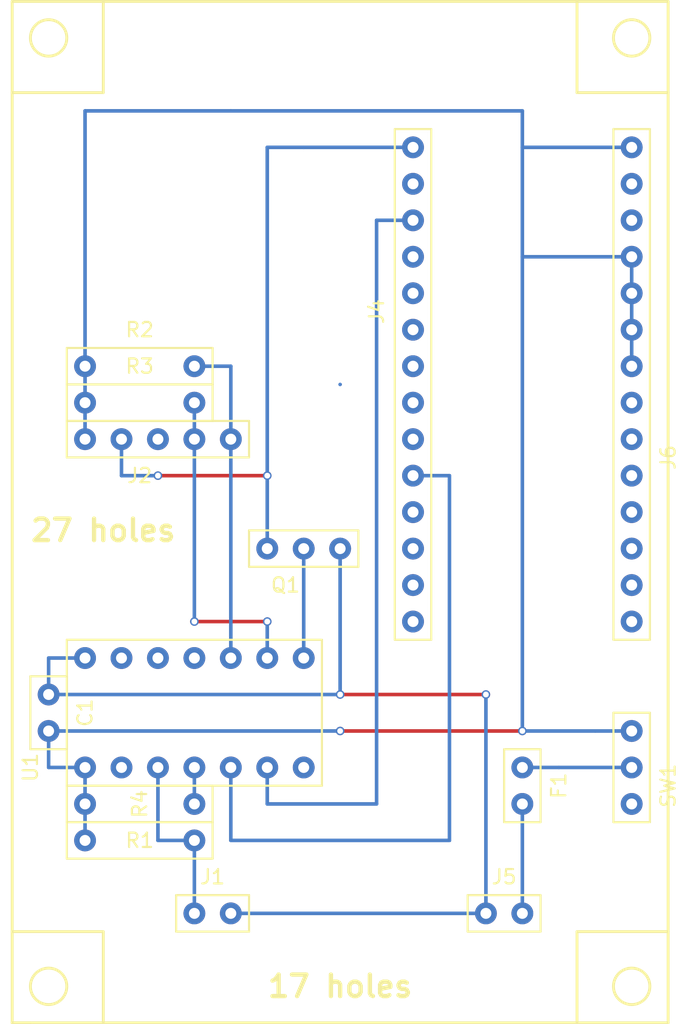
<source format=kicad_pcb>
(kicad_pcb (version 4) (host pcbnew 4.0.7)

  (general
    (links 30)
    (no_connects 0)
    (area 0 0 0 0)
    (thickness 1.6)
    (drawings 19)
    (tracks 70)
    (zones 0)
    (modules 14)
    (nets 40)
  )

  (page A4)
  (title_block
    (title "Wireless infrared array sensor board (AMG8833)")
    (date 2019-01-15)
    (company https://github.com/araobp)
  )

  (layers
    (0 F.Cu signal)
    (31 B.Cu signal)
    (32 B.Adhes user)
    (33 F.Adhes user)
    (34 B.Paste user)
    (35 F.Paste user)
    (36 B.SilkS user)
    (37 F.SilkS user)
    (38 B.Mask user)
    (39 F.Mask user)
    (40 Dwgs.User user)
    (41 Cmts.User user)
    (42 Eco1.User user)
    (43 Eco2.User user)
    (44 Edge.Cuts user)
    (45 Margin user)
    (46 B.CrtYd user)
    (47 F.CrtYd user)
    (48 B.Fab user)
    (49 F.Fab user)
  )

  (setup
    (last_trace_width 0.25)
    (trace_clearance 0.2)
    (zone_clearance 0.508)
    (zone_45_only no)
    (trace_min 0.2)
    (segment_width 0.2)
    (edge_width 0.15)
    (via_size 0.6)
    (via_drill 0.4)
    (via_min_size 0.4)
    (via_min_drill 0.3)
    (uvia_size 0.3)
    (uvia_drill 0.1)
    (uvias_allowed no)
    (uvia_min_size 0.2)
    (uvia_min_drill 0.1)
    (pcb_text_width 0.3)
    (pcb_text_size 1.5 1.5)
    (mod_edge_width 0.15)
    (mod_text_size 1 1)
    (mod_text_width 0.15)
    (pad_size 1.524 1.524)
    (pad_drill 0.762)
    (pad_to_mask_clearance 0.2)
    (aux_axis_origin 0 0)
    (visible_elements 7FFFFFFF)
    (pcbplotparams
      (layerselection 0x00030_80000001)
      (usegerberextensions false)
      (excludeedgelayer true)
      (linewidth 0.100000)
      (plotframeref false)
      (viasonmask false)
      (mode 1)
      (useauxorigin false)
      (hpglpennumber 1)
      (hpglpenspeed 20)
      (hpglpendiameter 15)
      (hpglpenoverlay 2)
      (psnegative false)
      (psa4output false)
      (plotreference true)
      (plotvalue true)
      (plotinvisibletext false)
      (padsonsilk false)
      (subtractmaskfromsilk false)
      (outputformat 1)
      (mirror false)
      (drillshape 1)
      (scaleselection 1)
      (outputdirectory ""))
  )

  (net 0 "")
  (net 1 +3V3)
  (net 2 GND)
  (net 3 "Net-(F1-Pad1)")
  (net 4 "Net-(F1-Pad2)")
  (net 5 "Net-(J2-Pad3)")
  (net 6 "Net-(J2-Pad4)")
  (net 7 "Net-(J2-Pad5)")
  (net 8 "Net-(J4-Pad2)")
  (net 9 "Net-(J4-Pad3)")
  (net 10 "Net-(J4-Pad4)")
  (net 11 "Net-(J4-Pad5)")
  (net 12 "Net-(J4-Pad6)")
  (net 13 "Net-(J4-Pad7)")
  (net 14 "Net-(J4-Pad8)")
  (net 15 "Net-(J4-Pad9)")
  (net 16 "Net-(J4-Pad10)")
  (net 17 "Net-(J4-Pad11)")
  (net 18 "Net-(J4-Pad12)")
  (net 19 "Net-(J4-Pad13)")
  (net 20 "Net-(J4-Pad14)")
  (net 21 "Net-(J6-Pad1)")
  (net 22 "Net-(J6-Pad2)")
  (net 23 "Net-(J6-Pad3)")
  (net 24 "Net-(J6-Pad4)")
  (net 25 "Net-(J6-Pad5)")
  (net 26 "Net-(J6-Pad6)")
  (net 27 "Net-(J6-Pad7)")
  (net 28 "Net-(J6-Pad12)")
  (net 29 "Net-(J6-Pad13)")
  (net 30 "Net-(R1-Pad1)")
  (net 31 "Net-(SW1-Pad1)")
  (net 32 "Net-(U1-Pad2)")
  (net 33 "Net-(U1-Pad13)")
  (net 34 "Net-(U1-Pad12)")
  (net 35 "Net-(U1-Pad11)")
  (net 36 "Net-(U1-Pad7)")
  (net 37 FET)
  (net 38 "Net-(Q1-Pad2)")
  (net 39 "Net-(J1-Pad2)")

  (net_class Default "This is the default net class."
    (clearance 0.2)
    (trace_width 0.25)
    (via_dia 0.6)
    (via_drill 0.4)
    (uvia_dia 0.3)
    (uvia_drill 0.1)
    (add_net +3V3)
    (add_net FET)
    (add_net GND)
    (add_net "Net-(F1-Pad1)")
    (add_net "Net-(F1-Pad2)")
    (add_net "Net-(J1-Pad2)")
    (add_net "Net-(J2-Pad3)")
    (add_net "Net-(J2-Pad4)")
    (add_net "Net-(J2-Pad5)")
    (add_net "Net-(J4-Pad10)")
    (add_net "Net-(J4-Pad11)")
    (add_net "Net-(J4-Pad12)")
    (add_net "Net-(J4-Pad13)")
    (add_net "Net-(J4-Pad14)")
    (add_net "Net-(J4-Pad2)")
    (add_net "Net-(J4-Pad3)")
    (add_net "Net-(J4-Pad4)")
    (add_net "Net-(J4-Pad5)")
    (add_net "Net-(J4-Pad6)")
    (add_net "Net-(J4-Pad7)")
    (add_net "Net-(J4-Pad8)")
    (add_net "Net-(J4-Pad9)")
    (add_net "Net-(J6-Pad1)")
    (add_net "Net-(J6-Pad12)")
    (add_net "Net-(J6-Pad13)")
    (add_net "Net-(J6-Pad2)")
    (add_net "Net-(J6-Pad3)")
    (add_net "Net-(J6-Pad4)")
    (add_net "Net-(J6-Pad5)")
    (add_net "Net-(J6-Pad6)")
    (add_net "Net-(J6-Pad7)")
    (add_net "Net-(Q1-Pad2)")
    (add_net "Net-(R1-Pad1)")
    (add_net "Net-(SW1-Pad1)")
    (add_net "Net-(U1-Pad11)")
    (add_net "Net-(U1-Pad12)")
    (add_net "Net-(U1-Pad13)")
    (add_net "Net-(U1-Pad2)")
    (add_net "Net-(U1-Pad7)")
  )

  (module pic16f1:Capacitor (layer F.Cu) (tedit 5B459378) (tstamp 5C3D217D)
    (at 165.1 121.92 90)
    (path /5C3D24EB)
    (fp_text reference C1 (at 0 2.54 90) (layer F.SilkS)
      (effects (font (size 1 1) (thickness 0.15)))
    )
    (fp_text value 0.1uF (at 0 -2.54 90) (layer F.Fab)
      (effects (font (size 1 1) (thickness 0.15)))
    )
    (fp_line (start -2.54 -1.27) (end -2.54 1.27) (layer F.SilkS) (width 0.15))
    (fp_line (start -2.54 1.27) (end 2.54 1.27) (layer F.SilkS) (width 0.15))
    (fp_line (start 2.54 1.27) (end 2.54 -1.27) (layer F.SilkS) (width 0.15))
    (fp_line (start 2.54 -1.27) (end -2.54 -1.27) (layer F.SilkS) (width 0.15))
    (pad 1 thru_hole circle (at -1.27 0 90) (size 1.524 1.524) (drill 0.762) (layers *.Cu *.Mask)
      (net 1 +3V3))
    (pad 2 thru_hole circle (at 1.27 0 90) (size 1.524 1.524) (drill 0.762) (layers *.Cu *.Mask)
      (net 2 GND))
  )

  (module pic16f1:Capacitor (layer F.Cu) (tedit 5B459378) (tstamp 5C3D2189)
    (at 198.12 127 90)
    (path /5C3866BB)
    (fp_text reference F1 (at 0 2.54 90) (layer F.SilkS)
      (effects (font (size 1 1) (thickness 0.15)))
    )
    (fp_text value "Polyfuse (100mA)" (at 0 -2.54 90) (layer F.Fab)
      (effects (font (size 1 1) (thickness 0.15)))
    )
    (fp_line (start -2.54 -1.27) (end -2.54 1.27) (layer F.SilkS) (width 0.15))
    (fp_line (start -2.54 1.27) (end 2.54 1.27) (layer F.SilkS) (width 0.15))
    (fp_line (start 2.54 1.27) (end 2.54 -1.27) (layer F.SilkS) (width 0.15))
    (fp_line (start 2.54 -1.27) (end -2.54 -1.27) (layer F.SilkS) (width 0.15))
    (pad 1 thru_hole circle (at -1.27 0 90) (size 1.524 1.524) (drill 0.762) (layers *.Cu *.Mask)
      (net 3 "Net-(F1-Pad1)"))
    (pad 2 thru_hole circle (at 1.27 0 90) (size 1.524 1.524) (drill 0.762) (layers *.Cu *.Mask)
      (net 4 "Net-(F1-Pad2)"))
  )

  (module mcu:Pin_Header_5P (layer F.Cu) (tedit 5C11EBAF) (tstamp 5C3D2192)
    (at 172.72 102.87)
    (path /5C3861E2)
    (fp_text reference J2 (at -1.27 2.54) (layer F.SilkS)
      (effects (font (size 1 1) (thickness 0.15)))
    )
    (fp_text value Conn_01x05 (at -1.27 -2.54) (layer F.Fab)
      (effects (font (size 1 1) (thickness 0.15)))
    )
    (fp_line (start -6.35 -1.27) (end 6.35 -1.27) (layer F.SilkS) (width 0.15))
    (fp_line (start 6.35 -1.27) (end 6.35 1.27) (layer F.SilkS) (width 0.15))
    (fp_line (start 6.35 1.27) (end -6.35 1.27) (layer F.SilkS) (width 0.15))
    (fp_line (start -6.35 -1.27) (end -6.35 1.27) (layer F.SilkS) (width 0.15))
    (pad 1 thru_hole circle (at -5.08 0) (size 1.524 1.524) (drill 0.762) (layers *.Cu *.Mask)
      (net 1 +3V3))
    (pad 2 thru_hole circle (at -2.54 0) (size 1.524 1.524) (drill 0.762) (layers *.Cu *.Mask)
      (net 37 FET))
    (pad 3 thru_hole circle (at 0 0) (size 1.524 1.524) (drill 0.762) (layers *.Cu *.Mask)
      (net 5 "Net-(J2-Pad3)"))
    (pad 4 thru_hole circle (at 2.54 0) (size 1.524 1.524) (drill 0.762) (layers *.Cu *.Mask)
      (net 6 "Net-(J2-Pad4)"))
    (pad 5 thru_hole circle (at 5.08 0) (size 1.524 1.524) (drill 0.762) (layers *.Cu *.Mask)
      (net 7 "Net-(J2-Pad5)"))
  )

  (module mcu:Pin_Socket_14P (layer F.Cu) (tedit 5C11ED8B) (tstamp 5C3D21A4)
    (at 190.5 99.06 270)
    (path /5C385BC5)
    (fp_text reference J4 (at -5.08 2.54 270) (layer F.SilkS)
      (effects (font (size 1 1) (thickness 0.15)))
    )
    (fp_text value Conn_01x14 (at -5.08 -2.54 270) (layer F.Fab)
      (effects (font (size 1 1) (thickness 0.15)))
    )
    (fp_line (start -17.78 -1.27) (end 17.78 -1.27) (layer F.SilkS) (width 0.15))
    (fp_line (start 17.78 -1.27) (end 17.78 1.27) (layer F.SilkS) (width 0.15))
    (fp_line (start 17.78 1.27) (end -17.78 1.27) (layer F.SilkS) (width 0.15))
    (fp_line (start -17.78 -1.27) (end -17.78 1.27) (layer F.SilkS) (width 0.15))
    (pad 1 thru_hole circle (at -16.51 0 270) (size 1.524 1.524) (drill 0.762) (layers *.Cu *.Mask)
      (net 37 FET))
    (pad 2 thru_hole circle (at -13.97 0 270) (size 1.524 1.524) (drill 0.762) (layers *.Cu *.Mask)
      (net 8 "Net-(J4-Pad2)"))
    (pad 3 thru_hole circle (at -11.43 0 270) (size 1.524 1.524) (drill 0.762) (layers *.Cu *.Mask)
      (net 9 "Net-(J4-Pad3)"))
    (pad 4 thru_hole circle (at -8.89 0 270) (size 1.524 1.524) (drill 0.762) (layers *.Cu *.Mask)
      (net 10 "Net-(J4-Pad4)"))
    (pad 5 thru_hole circle (at -6.35 0 270) (size 1.524 1.524) (drill 0.762) (layers *.Cu *.Mask)
      (net 11 "Net-(J4-Pad5)"))
    (pad 6 thru_hole circle (at -3.81 0 270) (size 1.524 1.524) (drill 0.762) (layers *.Cu *.Mask)
      (net 12 "Net-(J4-Pad6)"))
    (pad 7 thru_hole circle (at -1.27 0 270) (size 1.524 1.524) (drill 0.762) (layers *.Cu *.Mask)
      (net 13 "Net-(J4-Pad7)"))
    (pad 8 thru_hole circle (at 1.27 0 270) (size 1.524 1.524) (drill 0.762) (layers *.Cu *.Mask)
      (net 14 "Net-(J4-Pad8)"))
    (pad 9 thru_hole circle (at 3.81 0 270) (size 1.524 1.524) (drill 0.762) (layers *.Cu *.Mask)
      (net 15 "Net-(J4-Pad9)"))
    (pad 10 thru_hole circle (at 6.35 0 270) (size 1.524 1.524) (drill 0.762) (layers *.Cu *.Mask)
      (net 16 "Net-(J4-Pad10)"))
    (pad 11 thru_hole circle (at 8.89 0 270) (size 1.524 1.524) (drill 0.762) (layers *.Cu *.Mask)
      (net 17 "Net-(J4-Pad11)"))
    (pad 12 thru_hole circle (at 11.43 0 270) (size 1.524 1.524) (drill 0.762) (layers *.Cu *.Mask)
      (net 18 "Net-(J4-Pad12)"))
    (pad 13 thru_hole circle (at 13.97 0 270) (size 1.524 1.524) (drill 0.762) (layers *.Cu *.Mask)
      (net 19 "Net-(J4-Pad13)"))
    (pad 14 thru_hole circle (at 16.51 0 270) (size 1.524 1.524) (drill 0.762) (layers *.Cu *.Mask)
      (net 20 "Net-(J4-Pad14)"))
  )

  (module "mcu:Pin Header 2P" (layer F.Cu) (tedit 5B45930D) (tstamp 5C3D21AA)
    (at 196.85 135.89 180)
    (path /5C38677C)
    (fp_text reference J5 (at 0 2.54 180) (layer F.SilkS)
      (effects (font (size 1 1) (thickness 0.15)))
    )
    (fp_text value Conn_01x02 (at 0 -2.54 180) (layer F.Fab)
      (effects (font (size 1 1) (thickness 0.15)))
    )
    (fp_line (start -2.54 -1.27) (end -2.54 1.27) (layer F.SilkS) (width 0.15))
    (fp_line (start -2.54 1.27) (end 2.54 1.27) (layer F.SilkS) (width 0.15))
    (fp_line (start 2.54 1.27) (end 2.54 -1.27) (layer F.SilkS) (width 0.15))
    (fp_line (start 2.54 -1.27) (end -2.54 -1.27) (layer F.SilkS) (width 0.15))
    (pad 1 thru_hole circle (at -1.27 0 180) (size 1.524 1.524) (drill 0.762) (layers *.Cu *.Mask)
      (net 3 "Net-(F1-Pad1)"))
    (pad 2 thru_hole circle (at 1.27 0 180) (size 1.524 1.524) (drill 0.762) (layers *.Cu *.Mask)
      (net 2 GND))
  )

  (module mcu:Pin_Socket_14P (layer F.Cu) (tedit 5C11ED8B) (tstamp 5C3D21BC)
    (at 205.74 99.06 90)
    (path /5C385C26)
    (fp_text reference J6 (at -5.08 2.54 90) (layer F.SilkS)
      (effects (font (size 1 1) (thickness 0.15)))
    )
    (fp_text value Conn_01x14 (at -5.08 -2.54 90) (layer F.Fab)
      (effects (font (size 1 1) (thickness 0.15)))
    )
    (fp_line (start -17.78 -1.27) (end 17.78 -1.27) (layer F.SilkS) (width 0.15))
    (fp_line (start 17.78 -1.27) (end 17.78 1.27) (layer F.SilkS) (width 0.15))
    (fp_line (start 17.78 1.27) (end -17.78 1.27) (layer F.SilkS) (width 0.15))
    (fp_line (start -17.78 -1.27) (end -17.78 1.27) (layer F.SilkS) (width 0.15))
    (pad 1 thru_hole circle (at -16.51 0 90) (size 1.524 1.524) (drill 0.762) (layers *.Cu *.Mask)
      (net 21 "Net-(J6-Pad1)"))
    (pad 2 thru_hole circle (at -13.97 0 90) (size 1.524 1.524) (drill 0.762) (layers *.Cu *.Mask)
      (net 22 "Net-(J6-Pad2)"))
    (pad 3 thru_hole circle (at -11.43 0 90) (size 1.524 1.524) (drill 0.762) (layers *.Cu *.Mask)
      (net 23 "Net-(J6-Pad3)"))
    (pad 4 thru_hole circle (at -8.89 0 90) (size 1.524 1.524) (drill 0.762) (layers *.Cu *.Mask)
      (net 24 "Net-(J6-Pad4)"))
    (pad 5 thru_hole circle (at -6.35 0 90) (size 1.524 1.524) (drill 0.762) (layers *.Cu *.Mask)
      (net 25 "Net-(J6-Pad5)"))
    (pad 6 thru_hole circle (at -3.81 0 90) (size 1.524 1.524) (drill 0.762) (layers *.Cu *.Mask)
      (net 26 "Net-(J6-Pad6)"))
    (pad 7 thru_hole circle (at -1.27 0 90) (size 1.524 1.524) (drill 0.762) (layers *.Cu *.Mask)
      (net 27 "Net-(J6-Pad7)"))
    (pad 8 thru_hole circle (at 1.27 0 90) (size 1.524 1.524) (drill 0.762) (layers *.Cu *.Mask)
      (net 1 +3V3))
    (pad 9 thru_hole circle (at 3.81 0 90) (size 1.524 1.524) (drill 0.762) (layers *.Cu *.Mask)
      (net 1 +3V3))
    (pad 10 thru_hole circle (at 6.35 0 90) (size 1.524 1.524) (drill 0.762) (layers *.Cu *.Mask)
      (net 1 +3V3))
    (pad 11 thru_hole circle (at 8.89 0 90) (size 1.524 1.524) (drill 0.762) (layers *.Cu *.Mask)
      (net 1 +3V3))
    (pad 12 thru_hole circle (at 11.43 0 90) (size 1.524 1.524) (drill 0.762) (layers *.Cu *.Mask)
      (net 28 "Net-(J6-Pad12)"))
    (pad 13 thru_hole circle (at 13.97 0 90) (size 1.524 1.524) (drill 0.762) (layers *.Cu *.Mask)
      (net 29 "Net-(J6-Pad13)"))
    (pad 14 thru_hole circle (at 16.51 0 90) (size 1.524 1.524) (drill 0.762) (layers *.Cu *.Mask)
      (net 1 +3V3))
  )

  (module mcu:Register (layer F.Cu) (tedit 5B472301) (tstamp 5C3D21C2)
    (at 171.45 128.27 180)
    (path /5C385F63)
    (fp_text reference R1 (at 0 -2.54 180) (layer F.SilkS)
      (effects (font (size 1 1) (thickness 0.15)))
    )
    (fp_text value 51k (at 0 2.54 180) (layer F.Fab)
      (effects (font (size 1 1) (thickness 0.15)))
    )
    (fp_line (start -5.08 -1.27) (end 5.08 -1.27) (layer F.SilkS) (width 0.15))
    (fp_line (start -5.08 -1.27) (end -5.08 1.27) (layer F.SilkS) (width 0.15))
    (fp_line (start -5.08 1.27) (end 5.08 1.27) (layer F.SilkS) (width 0.15))
    (fp_line (start 5.08 1.27) (end 5.08 -1.27) (layer F.SilkS) (width 0.15))
    (pad 1 thru_hole circle (at -3.81 0 180) (size 1.524 1.524) (drill 0.762) (layers *.Cu *.Mask)
      (net 30 "Net-(R1-Pad1)"))
    (pad 2 thru_hole circle (at 3.81 0 180) (size 1.524 1.524) (drill 0.762) (layers *.Cu *.Mask)
      (net 1 +3V3))
  )

  (module mcu:Slide_switch (layer F.Cu) (tedit 5C131DB8) (tstamp 5C3D21C9)
    (at 205.74 125.73 90)
    (path /5C38651E)
    (fp_text reference SW1 (at -1.27 2.54 90) (layer F.SilkS)
      (effects (font (size 1 1) (thickness 0.15)))
    )
    (fp_text value SW_SPDT (at 0 -2.54 90) (layer F.Fab)
      (effects (font (size 1 1) (thickness 0.15)))
    )
    (fp_line (start -3.81 -1.27) (end 3.81 -1.27) (layer F.SilkS) (width 0.15))
    (fp_line (start 3.81 -1.27) (end 3.81 1.27) (layer F.SilkS) (width 0.15))
    (fp_line (start 3.81 1.27) (end -3.81 1.27) (layer F.SilkS) (width 0.15))
    (fp_line (start -3.81 -1.27) (end -3.81 1.27) (layer F.SilkS) (width 0.15))
    (pad 1 thru_hole circle (at -2.54 0 90) (size 1.524 1.524) (drill 0.762) (layers *.Cu *.Mask)
      (net 31 "Net-(SW1-Pad1)"))
    (pad 2 thru_hole circle (at 0 0 90) (size 1.524 1.524) (drill 0.762) (layers *.Cu *.Mask)
      (net 4 "Net-(F1-Pad2)"))
    (pad 3 thru_hole circle (at 2.54 0 90) (size 1.524 1.524) (drill 0.762) (layers *.Cu *.Mask)
      (net 1 +3V3))
  )

  (module pic16f1:ic-pinsocket-14pins (layer F.Cu) (tedit 5AC46BA4) (tstamp 5C3D21DB)
    (at 175.26 121.92 90)
    (path /5C404848)
    (fp_text reference U1 (at -3.81 -11.43 90) (layer F.SilkS)
      (effects (font (size 1 1) (thickness 0.15)))
    )
    (fp_text value pic16f1825 (at 0 -10.16 90) (layer F.Fab)
      (effects (font (size 1 1) (thickness 0.15)))
    )
    (fp_line (start -5.08 -8.89) (end 5.08 -8.89) (layer F.SilkS) (width 0.15))
    (fp_line (start 5.08 -8.89) (end 5.08 8.89) (layer F.SilkS) (width 0.15))
    (fp_line (start 5.08 8.89) (end -5.08 8.89) (layer F.SilkS) (width 0.15))
    (fp_line (start -5.08 8.89) (end -5.08 -8.89) (layer F.SilkS) (width 0.15))
    (pad 1 thru_hole circle (at -3.81 -7.62 90) (size 1.524 1.524) (drill 0.762) (layers *.Cu *.Mask)
      (net 1 +3V3))
    (pad 14 thru_hole circle (at 3.81 -7.62 90) (size 1.524 1.524) (drill 0.762) (layers *.Cu *.Mask)
      (net 2 GND))
    (pad 2 thru_hole circle (at -3.81 -5.08 90) (size 1.524 1.524) (drill 0.762) (layers *.Cu *.Mask)
      (net 32 "Net-(U1-Pad2)"))
    (pad 13 thru_hole circle (at 3.81 -5.08 90) (size 1.524 1.524) (drill 0.762) (layers *.Cu *.Mask)
      (net 33 "Net-(U1-Pad13)"))
    (pad 3 thru_hole circle (at -3.81 -2.54 90) (size 1.524 1.524) (drill 0.762) (layers *.Cu *.Mask)
      (net 39 "Net-(J1-Pad2)"))
    (pad 12 thru_hole circle (at 3.81 -2.54 90) (size 1.524 1.524) (drill 0.762) (layers *.Cu *.Mask)
      (net 34 "Net-(U1-Pad12)"))
    (pad 4 thru_hole circle (at -3.81 0 90) (size 1.524 1.524) (drill 0.762) (layers *.Cu *.Mask)
      (net 30 "Net-(R1-Pad1)"))
    (pad 11 thru_hole circle (at 3.81 0 90) (size 1.524 1.524) (drill 0.762) (layers *.Cu *.Mask)
      (net 35 "Net-(U1-Pad11)"))
    (pad 5 thru_hole circle (at -3.81 2.54 90) (size 1.524 1.524) (drill 0.762) (layers *.Cu *.Mask)
      (net 16 "Net-(J4-Pad10)"))
    (pad 10 thru_hole circle (at 3.81 2.54 90) (size 1.524 1.524) (drill 0.762) (layers *.Cu *.Mask)
      (net 7 "Net-(J2-Pad5)"))
    (pad 6 thru_hole circle (at -3.81 5.08 90) (size 1.524 1.524) (drill 0.762) (layers *.Cu *.Mask)
      (net 9 "Net-(J4-Pad3)"))
    (pad 9 thru_hole circle (at 3.81 5.08 90) (size 1.524 1.524) (drill 0.762) (layers *.Cu *.Mask)
      (net 6 "Net-(J2-Pad4)"))
    (pad 7 thru_hole circle (at -3.81 7.62 90) (size 1.524 1.524) (drill 0.762) (layers *.Cu *.Mask)
      (net 36 "Net-(U1-Pad7)"))
    (pad 8 thru_hole circle (at 3.81 7.62 90) (size 1.524 1.524) (drill 0.762) (layers *.Cu *.Mask)
      (net 38 "Net-(Q1-Pad2)"))
  )

  (module pic16f1:Register (layer F.Cu) (tedit 5B472301) (tstamp 5C3D259E)
    (at 171.45 97.79)
    (path /5C3D2569)
    (fp_text reference R2 (at 0 -2.54) (layer F.SilkS)
      (effects (font (size 1 1) (thickness 0.15)))
    )
    (fp_text value 10k (at 0 2.54) (layer F.Fab)
      (effects (font (size 1 1) (thickness 0.15)))
    )
    (fp_line (start -5.08 -1.27) (end 5.08 -1.27) (layer F.SilkS) (width 0.15))
    (fp_line (start -5.08 -1.27) (end -5.08 1.27) (layer F.SilkS) (width 0.15))
    (fp_line (start -5.08 1.27) (end 5.08 1.27) (layer F.SilkS) (width 0.15))
    (fp_line (start 5.08 1.27) (end 5.08 -1.27) (layer F.SilkS) (width 0.15))
    (pad 1 thru_hole circle (at -3.81 0) (size 1.524 1.524) (drill 0.762) (layers *.Cu *.Mask)
      (net 1 +3V3))
    (pad 2 thru_hole circle (at 3.81 0) (size 1.524 1.524) (drill 0.762) (layers *.Cu *.Mask)
      (net 7 "Net-(J2-Pad5)"))
  )

  (module pic16f1:Register (layer F.Cu) (tedit 5B472301) (tstamp 5C3D25A4)
    (at 171.45 100.33)
    (path /5C3D24FD)
    (fp_text reference R3 (at 0 -2.54) (layer F.SilkS)
      (effects (font (size 1 1) (thickness 0.15)))
    )
    (fp_text value 10k (at 0 2.54) (layer F.Fab)
      (effects (font (size 1 1) (thickness 0.15)))
    )
    (fp_line (start -5.08 -1.27) (end 5.08 -1.27) (layer F.SilkS) (width 0.15))
    (fp_line (start -5.08 -1.27) (end -5.08 1.27) (layer F.SilkS) (width 0.15))
    (fp_line (start -5.08 1.27) (end 5.08 1.27) (layer F.SilkS) (width 0.15))
    (fp_line (start 5.08 1.27) (end 5.08 -1.27) (layer F.SilkS) (width 0.15))
    (pad 1 thru_hole circle (at -3.81 0) (size 1.524 1.524) (drill 0.762) (layers *.Cu *.Mask)
      (net 1 +3V3))
    (pad 2 thru_hole circle (at 3.81 0) (size 1.524 1.524) (drill 0.762) (layers *.Cu *.Mask)
      (net 6 "Net-(J2-Pad4)"))
  )

  (module pic16f1:BS170 (layer F.Cu) (tedit 5C4023D9) (tstamp 5C402461)
    (at 182.88 110.49)
    (path /5C404BB7)
    (fp_text reference Q1 (at -1.27 2.54) (layer F.SilkS)
      (effects (font (size 1 1) (thickness 0.15)))
    )
    (fp_text value "Fairchild BS170" (at 0 -2.54) (layer F.Fab)
      (effects (font (size 1 1) (thickness 0.15)))
    )
    (fp_line (start -3.81 -1.27) (end -3.81 1.27) (layer F.SilkS) (width 0.15))
    (fp_line (start -3.81 1.27) (end 3.81 1.27) (layer F.SilkS) (width 0.15))
    (fp_line (start 3.81 1.27) (end 3.81 -1.27) (layer F.SilkS) (width 0.15))
    (fp_line (start 3.81 -1.27) (end -3.81 -1.27) (layer F.SilkS) (width 0.15))
    (pad 1 thru_hole circle (at -2.54 0) (size 1.524 1.524) (drill 0.762) (layers *.Cu *.Mask)
      (net 37 FET))
    (pad 2 thru_hole circle (at 0 0) (size 1.524 1.524) (drill 0.762) (layers *.Cu *.Mask)
      (net 38 "Net-(Q1-Pad2)"))
    (pad 3 thru_hole circle (at 2.54 0) (size 1.524 1.524) (drill 0.762) (layers *.Cu *.Mask)
      (net 2 GND))
  )

  (module "mcu:Pin Header 2P" (layer F.Cu) (tedit 5B45930D) (tstamp 5C405D0B)
    (at 176.53 135.89 180)
    (path /5C4060E8)
    (fp_text reference J1 (at 0 2.54 180) (layer F.SilkS)
      (effects (font (size 1 1) (thickness 0.15)))
    )
    (fp_text value Conn_01x02 (at 0 -2.54 180) (layer F.Fab)
      (effects (font (size 1 1) (thickness 0.15)))
    )
    (fp_line (start -2.54 -1.27) (end -2.54 1.27) (layer F.SilkS) (width 0.15))
    (fp_line (start -2.54 1.27) (end 2.54 1.27) (layer F.SilkS) (width 0.15))
    (fp_line (start 2.54 1.27) (end 2.54 -1.27) (layer F.SilkS) (width 0.15))
    (fp_line (start 2.54 -1.27) (end -2.54 -1.27) (layer F.SilkS) (width 0.15))
    (pad 1 thru_hole circle (at -1.27 0 180) (size 1.524 1.524) (drill 0.762) (layers *.Cu *.Mask)
      (net 2 GND))
    (pad 2 thru_hole circle (at 1.27 0 180) (size 1.524 1.524) (drill 0.762) (layers *.Cu *.Mask)
      (net 39 "Net-(J1-Pad2)"))
  )

  (module pic16f1:Register (layer F.Cu) (tedit 5C405DE7) (tstamp 5C405D11)
    (at 171.45 130.81)
    (path /5C406D5E)
    (fp_text reference R4 (at 0 -2.54 90) (layer F.SilkS)
      (effects (font (size 1 1) (thickness 0.15)))
    )
    (fp_text value 51k (at 0 2.54) (layer F.Fab)
      (effects (font (size 1 1) (thickness 0.15)))
    )
    (fp_line (start -5.08 -1.27) (end 5.08 -1.27) (layer F.SilkS) (width 0.15))
    (fp_line (start -5.08 -1.27) (end -5.08 1.27) (layer F.SilkS) (width 0.15))
    (fp_line (start -5.08 1.27) (end 5.08 1.27) (layer F.SilkS) (width 0.15))
    (fp_line (start 5.08 1.27) (end 5.08 -1.27) (layer F.SilkS) (width 0.15))
    (pad 1 thru_hole circle (at -3.81 0) (size 1.524 1.524) (drill 0.762) (layers *.Cu *.Mask)
      (net 1 +3V3))
    (pad 2 thru_hole circle (at 3.81 0) (size 1.524 1.524) (drill 0.762) (layers *.Cu *.Mask)
      (net 39 "Net-(J1-Pad2)"))
  )

  (gr_line (start 208.28 143.51) (end 162.56 143.51) (angle 90) (layer F.SilkS) (width 0.2))
  (gr_line (start 208.28 72.39) (end 208.28 143.51) (angle 90) (layer F.SilkS) (width 0.2))
  (gr_line (start 162.56 143.51) (end 163.83 143.51) (angle 90) (layer F.SilkS) (width 0.2))
  (gr_line (start 162.56 72.39) (end 162.56 143.51) (angle 90) (layer F.SilkS) (width 0.2))
  (gr_circle (center 205.74 74.93) (end 205.74 76.2) (layer F.SilkS) (width 0.2))
  (gr_circle (center 165.1 74.93) (end 165.1 76.2) (layer F.SilkS) (width 0.2))
  (gr_circle (center 205.74 140.97) (end 205.74 142.24) (layer F.SilkS) (width 0.2))
  (gr_circle (center 165.1 140.97) (end 166.37 140.97) (layer F.SilkS) (width 0.2))
  (gr_line (start 201.93 78.74) (end 208.28 78.74) (angle 90) (layer F.SilkS) (width 0.2))
  (gr_line (start 201.93 72.39) (end 201.93 78.74) (angle 90) (layer F.SilkS) (width 0.2))
  (gr_line (start 168.91 78.74) (end 168.91 72.39) (angle 90) (layer F.SilkS) (width 0.2))
  (gr_line (start 162.56 78.74) (end 168.91 78.74) (angle 90) (layer F.SilkS) (width 0.2))
  (gr_line (start 201.93 137.16) (end 208.28 137.16) (angle 90) (layer F.SilkS) (width 0.2))
  (gr_line (start 201.93 143.51) (end 201.93 137.16) (angle 90) (layer F.SilkS) (width 0.2))
  (gr_line (start 168.91 137.16) (end 168.91 143.51) (angle 90) (layer F.SilkS) (width 0.2))
  (gr_line (start 162.56 137.16) (end 168.91 137.16) (angle 90) (layer F.SilkS) (width 0.2))
  (gr_text "17 holes" (at 185.42 140.97) (layer F.SilkS)
    (effects (font (size 1.5 1.5) (thickness 0.3)))
  )
  (gr_text "27 holes" (at 168.91 109.22) (layer F.SilkS)
    (effects (font (size 1.5 1.5) (thickness 0.3)))
  )
  (gr_line (start 208.28 72.39) (end 162.56 72.39) (angle 90) (layer F.SilkS) (width 0.2))

  (segment (start 185.42 99.06) (end 185.42 99.06) (width 0.25) (layer B.Cu) (net 0))
  (segment (start 167.64 130.81) (end 167.64 128.27) (width 0.25) (layer B.Cu) (net 1))
  (segment (start 185.42 123.19) (end 198.12 123.19) (width 0.25) (layer F.Cu) (net 1) (tstamp 5C403030))
  (segment (start 165.1 123.19) (end 185.42 123.19) (width 0.25) (layer B.Cu) (net 1))
  (segment (start 198.12 123.19) (end 198.12 123.19) (width 0.25) (layer B.Cu) (net 1) (tstamp 5C403038))
  (via (at 198.12 123.19) (size 0.6) (drill 0.4) (layers F.Cu B.Cu) (net 1))
  (via (at 185.42 123.19) (size 0.6) (drill 0.4) (layers F.Cu B.Cu) (net 1))
  (segment (start 205.74 90.17) (end 198.12 90.17) (width 0.25) (layer B.Cu) (net 1))
  (segment (start 205.74 82.55) (end 198.12 82.55) (width 0.25) (layer B.Cu) (net 1))
  (segment (start 198.12 123.19) (end 198.12 90.17) (width 0.25) (layer B.Cu) (net 1))
  (segment (start 198.12 90.17) (end 198.12 82.55) (width 0.25) (layer B.Cu) (net 1) (tstamp 5C3E7C56))
  (segment (start 198.12 82.55) (end 198.12 80.01) (width 0.25) (layer B.Cu) (net 1) (tstamp 5C3E7C4F))
  (segment (start 167.64 80.01) (end 167.64 97.79) (width 0.25) (layer B.Cu) (net 1) (tstamp 5C3E7B03))
  (segment (start 177.8 80.01) (end 167.64 80.01) (width 0.25) (layer B.Cu) (net 1))
  (segment (start 198.12 80.01) (end 177.8 80.01) (width 0.25) (layer B.Cu) (net 1) (tstamp 5C3E7C36))
  (segment (start 167.64 100.33) (end 167.64 97.79) (width 0.25) (layer B.Cu) (net 1))
  (segment (start 205.74 90.17) (end 205.74 92.71) (width 0.25) (layer B.Cu) (net 1))
  (segment (start 205.74 92.71) (end 205.74 95.25) (width 0.25) (layer B.Cu) (net 1) (tstamp 5C3E59C2))
  (segment (start 205.74 95.25) (end 205.74 97.79) (width 0.25) (layer B.Cu) (net 1) (tstamp 5C3E59C3))
  (segment (start 203.2 123.19) (end 198.12 123.19) (width 0.25) (layer B.Cu) (net 1))
  (segment (start 203.2 123.19) (end 205.74 123.19) (width 0.25) (layer B.Cu) (net 1) (tstamp 5C3D2B48) (status 20))
  (segment (start 165.1 123.19) (end 165.1 125.73) (width 0.25) (layer B.Cu) (net 1))
  (segment (start 165.1 125.73) (end 167.64 125.73) (width 0.25) (layer B.Cu) (net 1) (tstamp 5C3E567B))
  (segment (start 167.64 102.87) (end 167.64 100.33) (width 0.25) (layer B.Cu) (net 1))
  (segment (start 167.64 128.27) (end 167.64 125.73) (width 0.25) (layer B.Cu) (net 1) (status 10))
  (segment (start 177.8 135.89) (end 195.58 135.89) (width 0.25) (layer B.Cu) (net 2))
  (segment (start 185.42 120.65) (end 195.58 120.65) (width 0.25) (layer F.Cu) (net 2) (tstamp 5C3E57FA))
  (segment (start 185.42 120.65) (end 185.42 110.49) (width 0.25) (layer B.Cu) (net 2) (status 20))
  (segment (start 195.58 135.89) (end 195.58 120.65) (width 0.25) (layer B.Cu) (net 2) (tstamp 5C3E5819))
  (segment (start 165.1 120.65) (end 185.42 120.65) (width 0.25) (layer B.Cu) (net 2))
  (via (at 185.42 120.65) (size 0.6) (drill 0.4) (layers F.Cu B.Cu) (net 2))
  (via (at 195.58 120.65) (size 0.6) (drill 0.4) (layers F.Cu B.Cu) (net 2))
  (segment (start 195.58 120.65) (end 195.58 120.65) (width 0.25) (layer B.Cu) (net 2) (tstamp 5C3E57FE))
  (segment (start 167.64 118.11) (end 165.1 118.11) (width 0.25) (layer B.Cu) (net 2))
  (segment (start 165.1 118.11) (end 165.1 120.65) (width 0.25) (layer B.Cu) (net 2) (tstamp 5C3E5678))
  (segment (start 198.12 128.27) (end 198.12 135.89) (width 0.25) (layer B.Cu) (net 3) (status C00000))
  (segment (start 205.74 125.73) (end 200.66 125.73) (width 0.25) (layer B.Cu) (net 4) (status 10))
  (segment (start 200.66 125.73) (end 198.12 125.73) (width 0.25) (layer B.Cu) (net 4) (tstamp 5C3D2D79) (status 20))
  (segment (start 175.26 100.33) (end 175.26 102.87) (width 0.25) (layer B.Cu) (net 6) (status 10))
  (segment (start 175.26 102.87) (end 175.26 115.57) (width 0.25) (layer B.Cu) (net 6))
  (segment (start 180.34 115.57) (end 180.34 118.11) (width 0.25) (layer B.Cu) (net 6) (tstamp 5C3D23A9) (status 20))
  (via (at 180.34 115.57) (size 0.6) (drill 0.4) (layers F.Cu B.Cu) (net 6))
  (segment (start 175.26 115.57) (end 180.34 115.57) (width 0.25) (layer F.Cu) (net 6) (tstamp 5C3D23A6))
  (via (at 175.26 115.57) (size 0.6) (drill 0.4) (layers F.Cu B.Cu) (net 6))
  (segment (start 175.26 97.79) (end 177.8 97.79) (width 0.25) (layer B.Cu) (net 7))
  (segment (start 177.8 97.79) (end 177.8 102.87) (width 0.25) (layer B.Cu) (net 7) (tstamp 5C3E7ABC))
  (segment (start 177.8 118.11) (end 177.8 102.87) (width 0.25) (layer B.Cu) (net 7) (status 10))
  (segment (start 187.96 87.63) (end 187.96 128.27) (width 0.25) (layer B.Cu) (net 9))
  (segment (start 187.96 128.27) (end 180.34 128.27) (width 0.25) (layer B.Cu) (net 9) (tstamp 5C3E7B77))
  (segment (start 180.34 125.73) (end 180.34 128.27) (width 0.25) (layer B.Cu) (net 9) (tstamp 5C3E7B7A))
  (segment (start 187.96 87.63) (end 190.5 87.63) (width 0.25) (layer B.Cu) (net 9))
  (segment (start 193.04 105.41) (end 193.04 130.81) (width 0.25) (layer B.Cu) (net 16) (tstamp 5C3E5908))
  (segment (start 193.04 130.81) (end 177.8 130.81) (width 0.25) (layer B.Cu) (net 16) (tstamp 5C3E5909))
  (segment (start 177.8 125.73) (end 177.8 130.81) (width 0.25) (layer B.Cu) (net 16) (tstamp 5C3E590D))
  (segment (start 193.04 105.41) (end 190.5 105.41) (width 0.25) (layer B.Cu) (net 16))
  (segment (start 175.26 128.27) (end 175.26 125.73) (width 0.25) (layer B.Cu) (net 30) (status 10))
  (segment (start 182.88 82.55) (end 180.34 82.55) (width 0.25) (layer B.Cu) (net 37))
  (segment (start 190.5 82.55) (end 182.88 82.55) (width 0.25) (layer B.Cu) (net 37) (tstamp 5C402E04))
  (segment (start 180.34 82.55) (end 180.34 105.41) (width 0.25) (layer B.Cu) (net 37) (tstamp 5C402E8C))
  (segment (start 170.18 102.87) (end 170.18 105.41) (width 0.25) (layer B.Cu) (net 37))
  (via (at 180.34 105.41) (size 0.6) (drill 0.4) (layers F.Cu B.Cu) (net 37))
  (segment (start 172.72 105.41) (end 180.34 105.41) (width 0.25) (layer F.Cu) (net 37) (tstamp 5C402DBC))
  (via (at 172.72 105.41) (size 0.6) (drill 0.4) (layers F.Cu B.Cu) (net 37))
  (segment (start 170.18 105.41) (end 172.72 105.41) (width 0.25) (layer B.Cu) (net 37) (tstamp 5C402E5F))
  (segment (start 180.34 110.49) (end 180.34 105.41) (width 0.25) (layer B.Cu) (net 37) (status 10))
  (segment (start 182.88 118.11) (end 182.88 110.49) (width 0.25) (layer B.Cu) (net 38))
  (segment (start 182.88 110.49) (end 182.88 110.49) (width 0.25) (layer B.Cu) (net 38) (tstamp 5C402D57) (status 20))
  (segment (start 175.26 130.81) (end 175.26 135.89) (width 0.25) (layer B.Cu) (net 39))
  (segment (start 172.72 125.73) (end 172.72 130.81) (width 0.25) (layer B.Cu) (net 39))
  (segment (start 172.72 130.81) (end 175.26 130.81) (width 0.25) (layer B.Cu) (net 39) (tstamp 5C405F5D))

)

</source>
